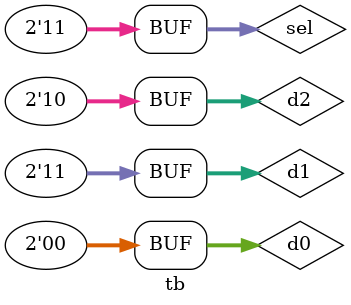
<source format=v>

`timescale 1 ns / 100 ps

module tb;

    // input signals
    reg [1:0] d0;
    reg [1:0] d1;
    reg [1:0] d2;
    reg [1:0] sel;

    // output value
    wire [1:0] y;

    // creating the instance of the module we want to test
    mux dut
    (
        .d0  ( d0  ),
        .d1  ( d1  ),
        .d2  ( d2  ),
        .sel ( sel ),
        .y   ( y   )
    );

    initial begin
        d0  = 2'b00; d1  = 2'b01; d2  = 2'b10;
        #10;
        sel = 2'b00;
        #10;
        sel = 2'b01;
        #10;
        d0  = 2'b00; d1  = 2'b11; d2  = 2'b10;
        #10
        sel = 2'b10;
        #10;
        sel = 2'b11;
        #10;
        sel = 2'b00;
        #10;
        sel = 2'b11;
        #10;
    end

    // do at the beginning of the simulation
    //  print signal values on every change
    initial
        $monitor ("d0=%2b d1=%2b d2=%2b sel=%2b y=%2b", d0, d1, d2, sel, y);

    // do at the beginning of the simulation
    initial 
        $dumpvars;  //iverilog dump init

endmodule

</source>
